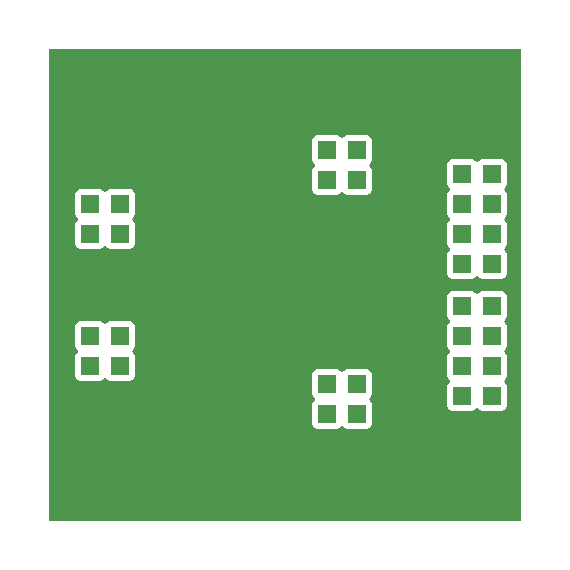
<source format=gbr>
%TF.GenerationSoftware,KiCad,Pcbnew,7.0.7-7.0.7~ubuntu23.04.1*%
%TF.CreationDate,2023-09-17T09:09:24+00:00*%
%TF.ProjectId,SYMTRANS01,53594d54-5241-44e5-9330-312e6b696361,REV*%
%TF.SameCoordinates,Original*%
%TF.FileFunction,Copper,L1,Top*%
%TF.FilePolarity,Positive*%
%FSLAX46Y46*%
G04 Gerber Fmt 4.6, Leading zero omitted, Abs format (unit mm)*
G04 Created by KiCad (PCBNEW 7.0.7-7.0.7~ubuntu23.04.1) date 2023-09-17 09:09:24*
%MOMM*%
%LPD*%
G01*
G04 APERTURE LIST*
%TA.AperFunction,ComponentPad*%
%ADD10R,1.524000X1.524000*%
%TD*%
%TA.AperFunction,ComponentPad*%
%ADD11C,6.000000*%
%TD*%
G04 APERTURE END LIST*
D10*
%TO.P,J1,1*%
%TO.N,GND*%
X3810000Y18542000D03*
%TO.P,J1,2*%
X6350000Y18542000D03*
%TO.P,J1,3*%
%TO.N,/AIN-*%
X3810000Y16002000D03*
%TO.P,J1,4*%
X6350000Y16002000D03*
%TO.P,J1,5*%
%TO.N,/AIN+*%
X3810000Y13462000D03*
%TO.P,J1,6*%
X6350000Y13462000D03*
%TO.P,J1,7*%
%TO.N,GND*%
X3810000Y10922000D03*
%TO.P,J1,8*%
X6350000Y10922000D03*
%TD*%
%TO.P,J2,1*%
%TO.N,GND*%
X3810000Y29718000D03*
%TO.P,J2,2*%
X6350000Y29718000D03*
%TO.P,J2,3*%
%TO.N,/BIN-*%
X3810000Y27178000D03*
%TO.P,J2,4*%
X6350000Y27178000D03*
%TO.P,J2,5*%
%TO.N,/BIN+*%
X3810000Y24638000D03*
%TO.P,J2,6*%
X6350000Y24638000D03*
%TO.P,J2,7*%
%TO.N,GND*%
X3810000Y22098000D03*
%TO.P,J2,8*%
X6350000Y22098000D03*
%TD*%
%TO.P,J3,1*%
%TO.N,Net-(J3-Pad1)*%
X23876000Y11938000D03*
%TO.P,J3,2*%
%TO.N,Net-(J3-Pad2)*%
X23876000Y9398000D03*
%TD*%
%TO.P,J4,1*%
%TO.N,Net-(J4-Pad1)*%
X23876000Y29210000D03*
%TO.P,J4,2*%
%TO.N,Net-(J4-Pad2)*%
X23876000Y31750000D03*
%TD*%
%TO.P,J5,1*%
%TO.N,Net-(J5-Pad1)*%
X26416000Y11938000D03*
%TO.P,J5,2*%
%TO.N,Net-(J5-Pad2)*%
X26416000Y9398000D03*
%TD*%
%TO.P,J6,1*%
%TO.N,Net-(J6-Pad1)*%
X26416000Y29210000D03*
%TO.P,J6,2*%
%TO.N,Net-(J6-Pad2)*%
X26416000Y31750000D03*
%TD*%
%TO.P,J7,1*%
%TO.N,GNDA*%
X35306000Y18542000D03*
%TO.P,J7,2*%
X37846000Y18542000D03*
%TO.P,J7,3*%
%TO.N,/AOUT-*%
X35306000Y16002000D03*
%TO.P,J7,4*%
X37846000Y16002000D03*
%TO.P,J7,5*%
%TO.N,/AOUT+*%
X35306000Y13462000D03*
%TO.P,J7,6*%
X37846000Y13462000D03*
%TO.P,J7,7*%
%TO.N,GNDA*%
X35306000Y10922000D03*
%TO.P,J7,8*%
X37846000Y10922000D03*
%TD*%
%TO.P,J8,1*%
%TO.N,GNDA*%
X35306000Y29718000D03*
%TO.P,J8,2*%
X37846000Y29718000D03*
%TO.P,J8,3*%
%TO.N,/BOUT-*%
X35306000Y27178000D03*
%TO.P,J8,4*%
X37846000Y27178000D03*
%TO.P,J8,5*%
%TO.N,/BOUT+*%
X35306000Y24638000D03*
%TO.P,J8,6*%
X37846000Y24638000D03*
%TO.P,J8,7*%
%TO.N,GNDA*%
X35306000Y22098000D03*
%TO.P,J8,8*%
X37846000Y22098000D03*
%TD*%
D11*
%TO.P,M1,1*%
%TO.N,GND*%
X5080000Y35560000D03*
%TD*%
%TO.P,M2,1*%
%TO.N,GND*%
X35560000Y35560000D03*
%TD*%
%TO.P,M3,1*%
%TO.N,GND*%
X35560000Y5080000D03*
%TD*%
%TO.P,M4,1*%
%TO.N,GND*%
X5080000Y5080000D03*
%TD*%
%TA.AperFunction,Conductor*%
%TO.N,GND*%
G36*
X40252621Y40290498D02*
G01*
X40299114Y40236842D01*
X40310500Y40184500D01*
X40310500Y455500D01*
X40290498Y387379D01*
X40236842Y340886D01*
X40184500Y329500D01*
X455500Y329500D01*
X387379Y349502D01*
X340886Y403158D01*
X329500Y455500D01*
X329500Y8587350D01*
X22605500Y8587350D01*
X22612009Y8526803D01*
X22612011Y8526795D01*
X22663110Y8389797D01*
X22663112Y8389792D01*
X22750738Y8272738D01*
X22867792Y8185112D01*
X22867797Y8185110D01*
X23004795Y8134011D01*
X23004803Y8134009D01*
X23065350Y8127500D01*
X23065362Y8127500D01*
X24686649Y8127500D01*
X24747196Y8134009D01*
X24747204Y8134011D01*
X24884202Y8185110D01*
X24884207Y8185112D01*
X25001261Y8272739D01*
X25045133Y8331343D01*
X25101969Y8373889D01*
X25172784Y8378953D01*
X25235096Y8344928D01*
X25246867Y8331343D01*
X25290738Y8272739D01*
X25407792Y8185112D01*
X25407797Y8185110D01*
X25544795Y8134011D01*
X25544803Y8134009D01*
X25605350Y8127500D01*
X25605362Y8127500D01*
X27226649Y8127500D01*
X27287196Y8134009D01*
X27287204Y8134011D01*
X27424202Y8185110D01*
X27424207Y8185112D01*
X27541261Y8272738D01*
X27628887Y8389792D01*
X27628889Y8389797D01*
X27679988Y8526795D01*
X27679990Y8526803D01*
X27686499Y8587350D01*
X27686500Y8587367D01*
X27686500Y10111350D01*
X34035500Y10111350D01*
X34042009Y10050803D01*
X34042011Y10050795D01*
X34093110Y9913797D01*
X34093112Y9913792D01*
X34180738Y9796738D01*
X34297792Y9709112D01*
X34297797Y9709110D01*
X34434795Y9658011D01*
X34434803Y9658009D01*
X34495350Y9651500D01*
X34495362Y9651500D01*
X36116649Y9651500D01*
X36177196Y9658009D01*
X36177204Y9658011D01*
X36314202Y9709110D01*
X36314207Y9709112D01*
X36431261Y9796739D01*
X36475133Y9855343D01*
X36531969Y9897889D01*
X36602784Y9902953D01*
X36665096Y9868928D01*
X36676867Y9855343D01*
X36720738Y9796739D01*
X36837792Y9709112D01*
X36837797Y9709110D01*
X36974795Y9658011D01*
X36974803Y9658009D01*
X37035350Y9651500D01*
X37035362Y9651500D01*
X38656649Y9651500D01*
X38717196Y9658009D01*
X38717204Y9658011D01*
X38854202Y9709110D01*
X38854207Y9709112D01*
X38971261Y9796738D01*
X39058887Y9913792D01*
X39058889Y9913797D01*
X39109988Y10050795D01*
X39109990Y10050803D01*
X39116499Y10111350D01*
X39116500Y10111367D01*
X39116500Y11732632D01*
X39116499Y11732649D01*
X39109990Y11793196D01*
X39109988Y11793204D01*
X39102960Y11812045D01*
X39058889Y11930204D01*
X38971261Y12047261D01*
X38912657Y12091132D01*
X38870110Y12147968D01*
X38865046Y12218784D01*
X38899071Y12281096D01*
X38912657Y12292868D01*
X38971261Y12336738D01*
X39058887Y12453792D01*
X39058889Y12453797D01*
X39109988Y12590795D01*
X39109990Y12590803D01*
X39116499Y12651350D01*
X39116500Y12651367D01*
X39116500Y14272632D01*
X39116499Y14272649D01*
X39109990Y14333196D01*
X39109988Y14333204D01*
X39102960Y14352045D01*
X39058889Y14470204D01*
X38971261Y14587261D01*
X38912657Y14631132D01*
X38870110Y14687968D01*
X38865046Y14758784D01*
X38899071Y14821096D01*
X38912657Y14832868D01*
X38971261Y14876738D01*
X39058887Y14993792D01*
X39058889Y14993797D01*
X39109988Y15130795D01*
X39109990Y15130803D01*
X39116499Y15191350D01*
X39116500Y15191367D01*
X39116500Y16812632D01*
X39116499Y16812649D01*
X39109990Y16873196D01*
X39109988Y16873204D01*
X39102960Y16892045D01*
X39058889Y17010204D01*
X38971261Y17127261D01*
X38912657Y17171132D01*
X38870110Y17227968D01*
X38865046Y17298784D01*
X38899071Y17361096D01*
X38912657Y17372868D01*
X38971261Y17416738D01*
X39058887Y17533792D01*
X39058889Y17533797D01*
X39109988Y17670795D01*
X39109990Y17670803D01*
X39116499Y17731350D01*
X39116500Y17731367D01*
X39116500Y19352632D01*
X39116499Y19352649D01*
X39109990Y19413196D01*
X39109988Y19413204D01*
X39102960Y19432045D01*
X39058889Y19550204D01*
X38971261Y19667261D01*
X38854204Y19754889D01*
X38717201Y19805989D01*
X38717199Y19805989D01*
X38717196Y19805990D01*
X38656649Y19812499D01*
X38656645Y19812499D01*
X38656638Y19812500D01*
X37035362Y19812500D01*
X37035355Y19812499D01*
X37035350Y19812499D01*
X36974803Y19805990D01*
X36974795Y19805988D01*
X36896875Y19776924D01*
X36837796Y19754889D01*
X36837794Y19754888D01*
X36837792Y19754887D01*
X36720738Y19667261D01*
X36676868Y19608657D01*
X36620032Y19566110D01*
X36549216Y19561046D01*
X36486904Y19595071D01*
X36475132Y19608657D01*
X36431261Y19667261D01*
X36314207Y19754887D01*
X36314206Y19754887D01*
X36314204Y19754889D01*
X36177201Y19805989D01*
X36177199Y19805989D01*
X36177196Y19805990D01*
X36116649Y19812499D01*
X36116645Y19812499D01*
X36116638Y19812500D01*
X34495362Y19812500D01*
X34495355Y19812499D01*
X34495350Y19812499D01*
X34434803Y19805990D01*
X34434795Y19805988D01*
X34356875Y19776924D01*
X34297796Y19754889D01*
X34297794Y19754888D01*
X34297792Y19754887D01*
X34180738Y19667261D01*
X34093112Y19550207D01*
X34093110Y19550202D01*
X34042011Y19413204D01*
X34042009Y19413196D01*
X34035500Y19352649D01*
X34035500Y17731350D01*
X34042009Y17670803D01*
X34042011Y17670795D01*
X34093110Y17533797D01*
X34093112Y17533792D01*
X34180739Y17416738D01*
X34239343Y17372867D01*
X34281889Y17316031D01*
X34286953Y17245216D01*
X34252928Y17182904D01*
X34239343Y17171133D01*
X34180739Y17127261D01*
X34093112Y17010207D01*
X34093110Y17010202D01*
X34042011Y16873204D01*
X34042009Y16873196D01*
X34035500Y16812649D01*
X34035500Y15191350D01*
X34042009Y15130803D01*
X34042011Y15130795D01*
X34093110Y14993797D01*
X34093112Y14993792D01*
X34180739Y14876738D01*
X34239343Y14832867D01*
X34281889Y14776031D01*
X34286953Y14705216D01*
X34252928Y14642904D01*
X34239343Y14631133D01*
X34180739Y14587261D01*
X34093112Y14470207D01*
X34093110Y14470202D01*
X34042011Y14333204D01*
X34042009Y14333196D01*
X34035500Y14272649D01*
X34035500Y12651350D01*
X34042009Y12590803D01*
X34042011Y12590795D01*
X34093110Y12453797D01*
X34093112Y12453792D01*
X34180739Y12336738D01*
X34239343Y12292867D01*
X34281889Y12236031D01*
X34286953Y12165216D01*
X34252928Y12102904D01*
X34239343Y12091133D01*
X34180739Y12047261D01*
X34093112Y11930207D01*
X34093110Y11930202D01*
X34042011Y11793204D01*
X34042009Y11793196D01*
X34035500Y11732649D01*
X34035500Y10111350D01*
X27686500Y10111350D01*
X27686500Y10208632D01*
X27686499Y10208649D01*
X27679990Y10269196D01*
X27679988Y10269204D01*
X27672960Y10288045D01*
X27628889Y10406204D01*
X27541261Y10523261D01*
X27482657Y10567132D01*
X27440110Y10623968D01*
X27435046Y10694784D01*
X27469071Y10757096D01*
X27482657Y10768868D01*
X27541261Y10812738D01*
X27628887Y10929792D01*
X27628889Y10929797D01*
X27679988Y11066795D01*
X27679990Y11066803D01*
X27686499Y11127350D01*
X27686500Y11127367D01*
X27686500Y12748632D01*
X27686499Y12748649D01*
X27679990Y12809196D01*
X27679988Y12809204D01*
X27672960Y12828045D01*
X27628889Y12946204D01*
X27541261Y13063261D01*
X27424204Y13150889D01*
X27287201Y13201989D01*
X27287199Y13201989D01*
X27287196Y13201990D01*
X27226649Y13208499D01*
X27226645Y13208499D01*
X27226638Y13208500D01*
X25605362Y13208500D01*
X25605355Y13208499D01*
X25605350Y13208499D01*
X25544803Y13201990D01*
X25544795Y13201988D01*
X25466875Y13172924D01*
X25407796Y13150889D01*
X25407794Y13150888D01*
X25407792Y13150887D01*
X25290738Y13063261D01*
X25246868Y13004657D01*
X25190032Y12962110D01*
X25119216Y12957046D01*
X25056904Y12991071D01*
X25045132Y13004657D01*
X25001261Y13063261D01*
X24884207Y13150887D01*
X24884206Y13150887D01*
X24884204Y13150889D01*
X24747201Y13201989D01*
X24747199Y13201989D01*
X24747196Y13201990D01*
X24686649Y13208499D01*
X24686645Y13208499D01*
X24686638Y13208500D01*
X23065362Y13208500D01*
X23065355Y13208499D01*
X23065350Y13208499D01*
X23004803Y13201990D01*
X23004795Y13201988D01*
X22926875Y13172924D01*
X22867796Y13150889D01*
X22867794Y13150888D01*
X22867792Y13150887D01*
X22750738Y13063261D01*
X22663112Y12946207D01*
X22663110Y12946202D01*
X22612011Y12809204D01*
X22612009Y12809196D01*
X22605500Y12748649D01*
X22605500Y11127350D01*
X22612009Y11066803D01*
X22612011Y11066795D01*
X22663110Y10929797D01*
X22663112Y10929792D01*
X22750738Y10812738D01*
X22809343Y10768868D01*
X22851890Y10712032D01*
X22856954Y10641216D01*
X22822929Y10578904D01*
X22809343Y10567132D01*
X22750738Y10523261D01*
X22663112Y10406207D01*
X22663110Y10406202D01*
X22612011Y10269204D01*
X22612009Y10269196D01*
X22605500Y10208649D01*
X22605500Y8587350D01*
X329500Y8587350D01*
X329500Y12651350D01*
X2539500Y12651350D01*
X2546009Y12590803D01*
X2546011Y12590795D01*
X2597110Y12453797D01*
X2597112Y12453792D01*
X2684738Y12336738D01*
X2801792Y12249112D01*
X2801797Y12249110D01*
X2938795Y12198011D01*
X2938803Y12198009D01*
X2999350Y12191500D01*
X2999362Y12191500D01*
X4620649Y12191500D01*
X4681196Y12198009D01*
X4681204Y12198011D01*
X4818202Y12249110D01*
X4818207Y12249112D01*
X4935261Y12336738D01*
X4979131Y12395342D01*
X5035967Y12437889D01*
X5106782Y12442954D01*
X5169094Y12408928D01*
X5180866Y12395344D01*
X5224739Y12336738D01*
X5341792Y12249112D01*
X5341797Y12249110D01*
X5478795Y12198011D01*
X5478803Y12198009D01*
X5539350Y12191500D01*
X5539362Y12191500D01*
X7160649Y12191500D01*
X7221196Y12198009D01*
X7221204Y12198011D01*
X7358202Y12249110D01*
X7358207Y12249112D01*
X7475261Y12336738D01*
X7562887Y12453792D01*
X7562889Y12453797D01*
X7613988Y12590795D01*
X7613990Y12590803D01*
X7620499Y12651350D01*
X7620500Y12651367D01*
X7620500Y14272632D01*
X7620499Y14272649D01*
X7613990Y14333196D01*
X7613988Y14333204D01*
X7606960Y14352045D01*
X7562889Y14470204D01*
X7475261Y14587261D01*
X7416657Y14631132D01*
X7374110Y14687968D01*
X7369046Y14758784D01*
X7403071Y14821096D01*
X7416657Y14832868D01*
X7475261Y14876738D01*
X7562887Y14993792D01*
X7562889Y14993797D01*
X7613988Y15130795D01*
X7613990Y15130803D01*
X7620499Y15191350D01*
X7620500Y15191367D01*
X7620500Y16812632D01*
X7620499Y16812649D01*
X7613990Y16873196D01*
X7613988Y16873204D01*
X7606960Y16892045D01*
X7562889Y17010204D01*
X7475261Y17127261D01*
X7358207Y17214887D01*
X7358206Y17214887D01*
X7358204Y17214889D01*
X7221201Y17265989D01*
X7221199Y17265989D01*
X7221196Y17265990D01*
X7160649Y17272499D01*
X7160645Y17272499D01*
X7160638Y17272500D01*
X5539362Y17272500D01*
X5539355Y17272499D01*
X5539350Y17272499D01*
X5478803Y17265990D01*
X5478795Y17265988D01*
X5423105Y17245216D01*
X5341796Y17214889D01*
X5341794Y17214888D01*
X5341792Y17214887D01*
X5224738Y17127261D01*
X5180868Y17068657D01*
X5124032Y17026110D01*
X5053216Y17021046D01*
X4990904Y17055071D01*
X4979132Y17068657D01*
X4935261Y17127261D01*
X4818207Y17214887D01*
X4818206Y17214887D01*
X4818204Y17214889D01*
X4681201Y17265989D01*
X4681199Y17265989D01*
X4681196Y17265990D01*
X4620649Y17272499D01*
X4620645Y17272499D01*
X4620638Y17272500D01*
X2999362Y17272500D01*
X2999355Y17272499D01*
X2999350Y17272499D01*
X2938803Y17265990D01*
X2938795Y17265988D01*
X2883105Y17245216D01*
X2801796Y17214889D01*
X2801794Y17214888D01*
X2801792Y17214887D01*
X2684738Y17127261D01*
X2597112Y17010207D01*
X2597110Y17010202D01*
X2546011Y16873204D01*
X2546009Y16873196D01*
X2539500Y16812649D01*
X2539500Y15191350D01*
X2546009Y15130803D01*
X2546011Y15130795D01*
X2597110Y14993797D01*
X2597112Y14993792D01*
X2684739Y14876738D01*
X2743343Y14832867D01*
X2785889Y14776031D01*
X2790953Y14705216D01*
X2756928Y14642904D01*
X2743343Y14631133D01*
X2684739Y14587261D01*
X2597112Y14470207D01*
X2597110Y14470202D01*
X2546011Y14333204D01*
X2546009Y14333196D01*
X2539500Y14272649D01*
X2539500Y12651350D01*
X329500Y12651350D01*
X329500Y21287350D01*
X34035500Y21287350D01*
X34042009Y21226803D01*
X34042011Y21226795D01*
X34093110Y21089797D01*
X34093112Y21089792D01*
X34180738Y20972738D01*
X34297792Y20885112D01*
X34297797Y20885110D01*
X34434795Y20834011D01*
X34434803Y20834009D01*
X34495350Y20827500D01*
X34495362Y20827500D01*
X36116649Y20827500D01*
X36177196Y20834009D01*
X36177204Y20834011D01*
X36314202Y20885110D01*
X36314207Y20885112D01*
X36431261Y20972739D01*
X36475133Y21031343D01*
X36531969Y21073889D01*
X36602784Y21078953D01*
X36665096Y21044928D01*
X36676867Y21031343D01*
X36720738Y20972739D01*
X36837792Y20885112D01*
X36837797Y20885110D01*
X36974795Y20834011D01*
X36974803Y20834009D01*
X37035350Y20827500D01*
X37035362Y20827500D01*
X38656649Y20827500D01*
X38717196Y20834009D01*
X38717204Y20834011D01*
X38854202Y20885110D01*
X38854207Y20885112D01*
X38971261Y20972738D01*
X39058887Y21089792D01*
X39058889Y21089797D01*
X39109988Y21226795D01*
X39109990Y21226803D01*
X39116499Y21287350D01*
X39116500Y21287367D01*
X39116500Y22908632D01*
X39116499Y22908649D01*
X39109990Y22969196D01*
X39109988Y22969204D01*
X39102960Y22988045D01*
X39058889Y23106204D01*
X38971261Y23223261D01*
X38912657Y23267132D01*
X38870110Y23323968D01*
X38865046Y23394784D01*
X38899071Y23457096D01*
X38912657Y23468868D01*
X38971261Y23512738D01*
X39058887Y23629792D01*
X39058889Y23629797D01*
X39109988Y23766795D01*
X39109990Y23766803D01*
X39116499Y23827350D01*
X39116500Y23827367D01*
X39116500Y25448632D01*
X39116499Y25448649D01*
X39109990Y25509196D01*
X39109988Y25509204D01*
X39102960Y25528045D01*
X39058889Y25646204D01*
X38971261Y25763261D01*
X38912657Y25807132D01*
X38870110Y25863968D01*
X38865046Y25934784D01*
X38899071Y25997096D01*
X38912657Y26008868D01*
X38971261Y26052738D01*
X39058887Y26169792D01*
X39058889Y26169797D01*
X39109988Y26306795D01*
X39109990Y26306803D01*
X39116499Y26367350D01*
X39116500Y26367367D01*
X39116500Y27988632D01*
X39116499Y27988649D01*
X39109990Y28049196D01*
X39109988Y28049204D01*
X39059006Y28185889D01*
X39058889Y28186204D01*
X38971261Y28303261D01*
X38971260Y28303261D01*
X38912657Y28347132D01*
X38870110Y28403968D01*
X38865046Y28474784D01*
X38899071Y28537096D01*
X38912657Y28548868D01*
X38971261Y28592738D01*
X39058887Y28709792D01*
X39058889Y28709797D01*
X39109988Y28846795D01*
X39109990Y28846803D01*
X39116499Y28907350D01*
X39116500Y28907367D01*
X39116500Y30528632D01*
X39116499Y30528649D01*
X39109990Y30589196D01*
X39109988Y30589204D01*
X39059006Y30725889D01*
X39058889Y30726204D01*
X38971261Y30843261D01*
X38854204Y30930889D01*
X38717201Y30981989D01*
X38717199Y30981989D01*
X38717196Y30981990D01*
X38656649Y30988499D01*
X38656645Y30988499D01*
X38656638Y30988500D01*
X37035362Y30988500D01*
X37035355Y30988499D01*
X37035350Y30988499D01*
X36974803Y30981990D01*
X36974795Y30981988D01*
X36896875Y30952924D01*
X36837796Y30930889D01*
X36837794Y30930888D01*
X36837792Y30930887D01*
X36720738Y30843261D01*
X36676868Y30784657D01*
X36620032Y30742110D01*
X36549216Y30737046D01*
X36486904Y30771071D01*
X36475132Y30784657D01*
X36431261Y30843261D01*
X36314207Y30930887D01*
X36314206Y30930887D01*
X36314204Y30930889D01*
X36177201Y30981989D01*
X36177199Y30981989D01*
X36177196Y30981990D01*
X36116649Y30988499D01*
X36116645Y30988499D01*
X36116638Y30988500D01*
X34495362Y30988500D01*
X34495355Y30988499D01*
X34495350Y30988499D01*
X34434803Y30981990D01*
X34434795Y30981988D01*
X34356875Y30952924D01*
X34297796Y30930889D01*
X34297794Y30930888D01*
X34297792Y30930887D01*
X34180738Y30843261D01*
X34093112Y30726207D01*
X34093110Y30726202D01*
X34042011Y30589204D01*
X34042009Y30589196D01*
X34035500Y30528649D01*
X34035500Y28907350D01*
X34042009Y28846803D01*
X34042011Y28846795D01*
X34093110Y28709797D01*
X34093112Y28709792D01*
X34180739Y28592738D01*
X34239343Y28548867D01*
X34281889Y28492031D01*
X34286953Y28421216D01*
X34252928Y28358904D01*
X34239343Y28347133D01*
X34180739Y28303261D01*
X34093112Y28186207D01*
X34093110Y28186202D01*
X34042011Y28049204D01*
X34042009Y28049196D01*
X34035500Y27988649D01*
X34035500Y26367350D01*
X34042009Y26306803D01*
X34042011Y26306795D01*
X34093110Y26169797D01*
X34093112Y26169792D01*
X34180738Y26052738D01*
X34239343Y26008868D01*
X34281890Y25952032D01*
X34286954Y25881216D01*
X34252929Y25818904D01*
X34239343Y25807132D01*
X34180738Y25763261D01*
X34093112Y25646207D01*
X34093110Y25646202D01*
X34042011Y25509204D01*
X34042009Y25509196D01*
X34035500Y25448649D01*
X34035500Y23827350D01*
X34042009Y23766803D01*
X34042011Y23766795D01*
X34093110Y23629797D01*
X34093112Y23629792D01*
X34180739Y23512738D01*
X34239343Y23468867D01*
X34281889Y23412031D01*
X34286953Y23341216D01*
X34252928Y23278904D01*
X34239343Y23267133D01*
X34180739Y23223261D01*
X34093112Y23106207D01*
X34093110Y23106202D01*
X34042011Y22969204D01*
X34042009Y22969196D01*
X34035500Y22908649D01*
X34035500Y21287350D01*
X329500Y21287350D01*
X329500Y23827350D01*
X2539500Y23827350D01*
X2546009Y23766803D01*
X2546011Y23766795D01*
X2597110Y23629797D01*
X2597112Y23629792D01*
X2684738Y23512738D01*
X2801792Y23425112D01*
X2801797Y23425110D01*
X2938795Y23374011D01*
X2938803Y23374009D01*
X2999350Y23367500D01*
X2999362Y23367500D01*
X4620649Y23367500D01*
X4681196Y23374009D01*
X4681204Y23374011D01*
X4818202Y23425110D01*
X4818207Y23425112D01*
X4935261Y23512739D01*
X4979133Y23571343D01*
X5035969Y23613889D01*
X5106784Y23618953D01*
X5169096Y23584928D01*
X5180867Y23571343D01*
X5224738Y23512739D01*
X5341792Y23425112D01*
X5341797Y23425110D01*
X5478795Y23374011D01*
X5478803Y23374009D01*
X5539350Y23367500D01*
X5539362Y23367500D01*
X7160649Y23367500D01*
X7221196Y23374009D01*
X7221204Y23374011D01*
X7358202Y23425110D01*
X7358207Y23425112D01*
X7475261Y23512738D01*
X7562887Y23629792D01*
X7562889Y23629797D01*
X7613988Y23766795D01*
X7613990Y23766803D01*
X7620499Y23827350D01*
X7620500Y23827367D01*
X7620500Y25448632D01*
X7620499Y25448649D01*
X7613990Y25509196D01*
X7613988Y25509204D01*
X7606960Y25528045D01*
X7562889Y25646204D01*
X7475261Y25763261D01*
X7416657Y25807132D01*
X7374110Y25863968D01*
X7369046Y25934784D01*
X7403071Y25997096D01*
X7416657Y26008868D01*
X7475261Y26052738D01*
X7562887Y26169792D01*
X7562889Y26169797D01*
X7613988Y26306795D01*
X7613990Y26306803D01*
X7620499Y26367350D01*
X7620500Y26367367D01*
X7620500Y27988632D01*
X7620499Y27988649D01*
X7613990Y28049196D01*
X7613988Y28049204D01*
X7563006Y28185889D01*
X7562889Y28186204D01*
X7475261Y28303261D01*
X7427783Y28338803D01*
X7358207Y28390887D01*
X7358206Y28390887D01*
X7358204Y28390889D01*
X7335519Y28399350D01*
X22605500Y28399350D01*
X22612009Y28338803D01*
X22612011Y28338795D01*
X22663110Y28201797D01*
X22663112Y28201792D01*
X22750738Y28084738D01*
X22867792Y27997112D01*
X22867797Y27997110D01*
X23004795Y27946011D01*
X23004803Y27946009D01*
X23065350Y27939500D01*
X23065362Y27939500D01*
X24686649Y27939500D01*
X24747196Y27946009D01*
X24747204Y27946011D01*
X24884202Y27997110D01*
X24884207Y27997112D01*
X25001261Y28084739D01*
X25045133Y28143343D01*
X25101969Y28185889D01*
X25172784Y28190953D01*
X25235096Y28156928D01*
X25246867Y28143343D01*
X25290738Y28084739D01*
X25407792Y27997112D01*
X25407797Y27997110D01*
X25544795Y27946011D01*
X25544803Y27946009D01*
X25605350Y27939500D01*
X25605362Y27939500D01*
X27226649Y27939500D01*
X27287196Y27946009D01*
X27287204Y27946011D01*
X27424202Y27997110D01*
X27424207Y27997112D01*
X27541261Y28084738D01*
X27628887Y28201792D01*
X27628889Y28201797D01*
X27679988Y28338795D01*
X27679990Y28338803D01*
X27686499Y28399350D01*
X27686500Y28399367D01*
X27686500Y30020632D01*
X27686499Y30020649D01*
X27679990Y30081196D01*
X27679988Y30081204D01*
X27672960Y30100045D01*
X27628889Y30218204D01*
X27541261Y30335261D01*
X27482657Y30379132D01*
X27440110Y30435968D01*
X27435046Y30506784D01*
X27469071Y30569096D01*
X27482657Y30580868D01*
X27541261Y30624738D01*
X27628887Y30741792D01*
X27628889Y30741797D01*
X27679988Y30878795D01*
X27679990Y30878803D01*
X27686499Y30939350D01*
X27686500Y30939367D01*
X27686500Y32560632D01*
X27686499Y32560649D01*
X27679990Y32621196D01*
X27679988Y32621204D01*
X27672960Y32640045D01*
X27628889Y32758204D01*
X27541261Y32875261D01*
X27424204Y32962889D01*
X27287201Y33013989D01*
X27287199Y33013989D01*
X27287196Y33013990D01*
X27226649Y33020499D01*
X27226645Y33020499D01*
X27226638Y33020500D01*
X25605362Y33020500D01*
X25605355Y33020499D01*
X25605350Y33020499D01*
X25544803Y33013990D01*
X25544795Y33013988D01*
X25466875Y32984924D01*
X25407796Y32962889D01*
X25407794Y32962888D01*
X25407792Y32962887D01*
X25290738Y32875261D01*
X25246868Y32816657D01*
X25190032Y32774110D01*
X25119216Y32769046D01*
X25056904Y32803071D01*
X25045132Y32816657D01*
X25001261Y32875261D01*
X24884207Y32962887D01*
X24884206Y32962887D01*
X24884204Y32962889D01*
X24747201Y33013989D01*
X24747199Y33013989D01*
X24747196Y33013990D01*
X24686649Y33020499D01*
X24686645Y33020499D01*
X24686638Y33020500D01*
X23065362Y33020500D01*
X23065355Y33020499D01*
X23065350Y33020499D01*
X23004803Y33013990D01*
X23004795Y33013988D01*
X22926875Y32984924D01*
X22867796Y32962889D01*
X22867794Y32962888D01*
X22867792Y32962887D01*
X22750738Y32875261D01*
X22663112Y32758207D01*
X22663110Y32758202D01*
X22612011Y32621204D01*
X22612009Y32621196D01*
X22605500Y32560649D01*
X22605500Y30939350D01*
X22612009Y30878803D01*
X22612011Y30878795D01*
X22663110Y30741797D01*
X22663112Y30741792D01*
X22750739Y30624738D01*
X22809343Y30580867D01*
X22851889Y30524031D01*
X22856953Y30453216D01*
X22822928Y30390904D01*
X22809343Y30379133D01*
X22750739Y30335261D01*
X22663112Y30218207D01*
X22663110Y30218202D01*
X22612011Y30081204D01*
X22612009Y30081196D01*
X22605500Y30020649D01*
X22605500Y28399350D01*
X7335519Y28399350D01*
X7221201Y28441989D01*
X7221199Y28441989D01*
X7221196Y28441990D01*
X7160649Y28448499D01*
X7160645Y28448499D01*
X7160638Y28448500D01*
X5539362Y28448500D01*
X5539355Y28448499D01*
X5539350Y28448499D01*
X5478803Y28441990D01*
X5478795Y28441988D01*
X5423105Y28421216D01*
X5341796Y28390889D01*
X5341794Y28390888D01*
X5341792Y28390887D01*
X5224738Y28303261D01*
X5180868Y28244657D01*
X5124032Y28202110D01*
X5053216Y28197046D01*
X4990904Y28231071D01*
X4979132Y28244657D01*
X4935261Y28303261D01*
X4818207Y28390887D01*
X4818206Y28390887D01*
X4818204Y28390889D01*
X4681201Y28441989D01*
X4681199Y28441989D01*
X4681196Y28441990D01*
X4620649Y28448499D01*
X4620645Y28448499D01*
X4620638Y28448500D01*
X2999362Y28448500D01*
X2999355Y28448499D01*
X2999350Y28448499D01*
X2938803Y28441990D01*
X2938795Y28441988D01*
X2883105Y28421216D01*
X2801796Y28390889D01*
X2801794Y28390888D01*
X2801792Y28390887D01*
X2684738Y28303261D01*
X2597112Y28186207D01*
X2597110Y28186202D01*
X2546011Y28049204D01*
X2546009Y28049196D01*
X2539500Y27988649D01*
X2539500Y26367350D01*
X2546009Y26306803D01*
X2546011Y26306795D01*
X2597110Y26169797D01*
X2597112Y26169792D01*
X2684738Y26052738D01*
X2743343Y26008868D01*
X2785890Y25952032D01*
X2790954Y25881216D01*
X2756929Y25818904D01*
X2743343Y25807132D01*
X2684738Y25763261D01*
X2597112Y25646207D01*
X2597110Y25646202D01*
X2546011Y25509204D01*
X2546009Y25509196D01*
X2539500Y25448649D01*
X2539500Y23827350D01*
X329500Y23827350D01*
X329500Y40184500D01*
X349502Y40252621D01*
X403158Y40299114D01*
X455500Y40310500D01*
X40184500Y40310500D01*
X40252621Y40290498D01*
G37*
%TD.AperFunction*%
%TD*%
M02*

</source>
